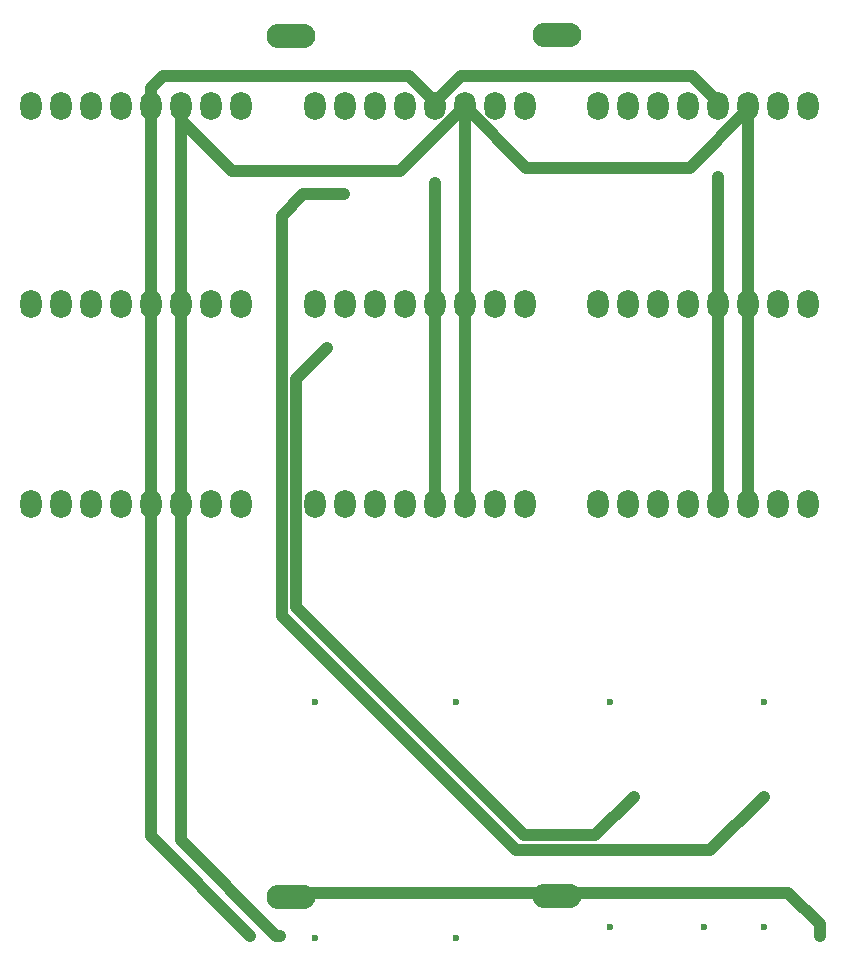
<source format=gbr>
%TF.GenerationSoftware,KiCad,Pcbnew,8.0.4*%
%TF.CreationDate,2024-08-28T17:55:56-04:00*%
%TF.ProjectId,imu-array,696d752d-6172-4726-9179-2e6b69636164,rev?*%
%TF.SameCoordinates,Original*%
%TF.FileFunction,Copper,L4,Bot*%
%TF.FilePolarity,Positive*%
%FSLAX46Y46*%
G04 Gerber Fmt 4.6, Leading zero omitted, Abs format (unit mm)*
G04 Created by KiCad (PCBNEW 8.0.4) date 2024-08-28 17:55:56*
%MOMM*%
%LPD*%
G01*
G04 APERTURE LIST*
%TA.AperFunction,ComponentPad*%
%ADD10O,4.140000X2.070000*%
%TD*%
%TA.AperFunction,ComponentPad*%
%ADD11O,1.800000X2.400000*%
%TD*%
%TA.AperFunction,ViaPad*%
%ADD12C,0.600000*%
%TD*%
%TA.AperFunction,Conductor*%
%ADD13C,1.000000*%
%TD*%
G04 APERTURE END LIST*
D10*
%TO.P,BT2,-*%
%TO.N,GND*%
X173970000Y-33615000D03*
%TO.P,BT2,+*%
%TO.N,BATT+*%
X173970000Y-106515000D03*
%TD*%
%TO.P,BT1,-*%
%TO.N,GND*%
X196500000Y-33500000D03*
%TO.P,BT1,+*%
%TO.N,BATT+*%
X196500000Y-106400000D03*
%TD*%
D11*
%TO.P,U9,1,INT*%
%TO.N,unconnected-(U9-INT-Pad1)*%
X200000000Y-73250000D03*
%TO.P,U9,2,ADO*%
%TO.N,MPU9*%
X202540000Y-73250000D03*
%TO.P,U9,3,XCL*%
%TO.N,unconnected-(U9-XCL-Pad3)*%
X205080000Y-73250000D03*
%TO.P,U9,4,XDA*%
%TO.N,unconnected-(U9-XDA-Pad4)*%
X207620000Y-73250000D03*
%TO.P,U9,5,SDA*%
%TO.N,SDA*%
X210160000Y-73250000D03*
%TO.P,U9,6,SCL*%
%TO.N,SCL*%
X212700000Y-73250000D03*
%TO.P,U9,7,GND*%
%TO.N,GND*%
X215240000Y-73250000D03*
%TO.P,U9,8,VCC*%
%TO.N,3v3*%
X217780000Y-73250000D03*
%TD*%
%TO.P,U8,1,INT*%
%TO.N,unconnected-(U8-INT-Pad1)*%
X176000000Y-73250000D03*
%TO.P,U8,2,ADO*%
%TO.N,MPU8*%
X178540000Y-73250000D03*
%TO.P,U8,3,XCL*%
%TO.N,unconnected-(U8-XCL-Pad3)*%
X181080000Y-73250000D03*
%TO.P,U8,4,XDA*%
%TO.N,unconnected-(U8-XDA-Pad4)*%
X183620000Y-73250000D03*
%TO.P,U8,5,SDA*%
%TO.N,SDA*%
X186160000Y-73250000D03*
%TO.P,U8,6,SCL*%
%TO.N,SCL*%
X188700000Y-73250000D03*
%TO.P,U8,7,GND*%
%TO.N,GND*%
X191240000Y-73250000D03*
%TO.P,U8,8,VCC*%
%TO.N,3v3*%
X193780000Y-73250000D03*
%TD*%
%TO.P,U7,1,INT*%
%TO.N,unconnected-(U7-INT-Pad1)*%
X152000000Y-73250000D03*
%TO.P,U7,2,ADO*%
%TO.N,MPU7*%
X154540000Y-73250000D03*
%TO.P,U7,3,XCL*%
%TO.N,unconnected-(U7-XCL-Pad3)*%
X157080000Y-73250000D03*
%TO.P,U7,4,XDA*%
%TO.N,unconnected-(U7-XDA-Pad4)*%
X159620000Y-73250000D03*
%TO.P,U7,5,SDA*%
%TO.N,SDA*%
X162160000Y-73250000D03*
%TO.P,U7,6,SCL*%
%TO.N,SCL*%
X164700000Y-73250000D03*
%TO.P,U7,7,GND*%
%TO.N,GND*%
X167240000Y-73250000D03*
%TO.P,U7,8,VCC*%
%TO.N,3v3*%
X169780000Y-73250000D03*
%TD*%
%TO.P,U6,1,INT*%
%TO.N,unconnected-(U6-INT-Pad1)*%
X200000000Y-56250000D03*
%TO.P,U6,2,ADO*%
%TO.N,MPU6*%
X202540000Y-56250000D03*
%TO.P,U6,3,XCL*%
%TO.N,unconnected-(U6-XCL-Pad3)*%
X205080000Y-56250000D03*
%TO.P,U6,4,XDA*%
%TO.N,unconnected-(U6-XDA-Pad4)*%
X207620000Y-56250000D03*
%TO.P,U6,5,SDA*%
%TO.N,SDA*%
X210160000Y-56250000D03*
%TO.P,U6,6,SCL*%
%TO.N,SCL*%
X212700000Y-56250000D03*
%TO.P,U6,7,GND*%
%TO.N,GND*%
X215240000Y-56250000D03*
%TO.P,U6,8,VCC*%
%TO.N,3v3*%
X217780000Y-56250000D03*
%TD*%
%TO.P,U5,1,INT*%
%TO.N,unconnected-(U5-INT-Pad1)*%
X176000000Y-56250000D03*
%TO.P,U5,2,ADO*%
%TO.N,MPU5*%
X178540000Y-56250000D03*
%TO.P,U5,3,XCL*%
%TO.N,unconnected-(U5-XCL-Pad3)*%
X181080000Y-56250000D03*
%TO.P,U5,4,XDA*%
%TO.N,unconnected-(U5-XDA-Pad4)*%
X183620000Y-56250000D03*
%TO.P,U5,5,SDA*%
%TO.N,SDA*%
X186160000Y-56250000D03*
%TO.P,U5,6,SCL*%
%TO.N,SCL*%
X188700000Y-56250000D03*
%TO.P,U5,7,GND*%
%TO.N,GND*%
X191240000Y-56250000D03*
%TO.P,U5,8,VCC*%
%TO.N,3v3*%
X193780000Y-56250000D03*
%TD*%
%TO.P,U4,1,INT*%
%TO.N,unconnected-(U4-INT-Pad1)*%
X151960000Y-56250000D03*
%TO.P,U4,2,ADO*%
%TO.N,MPU4*%
X154500000Y-56250000D03*
%TO.P,U4,3,XCL*%
%TO.N,unconnected-(U4-XCL-Pad3)*%
X157040000Y-56250000D03*
%TO.P,U4,4,XDA*%
%TO.N,unconnected-(U4-XDA-Pad4)*%
X159580000Y-56250000D03*
%TO.P,U4,5,SDA*%
%TO.N,SDA*%
X162120000Y-56250000D03*
%TO.P,U4,6,SCL*%
%TO.N,SCL*%
X164660000Y-56250000D03*
%TO.P,U4,7,GND*%
%TO.N,GND*%
X167200000Y-56250000D03*
%TO.P,U4,8,VCC*%
%TO.N,3v3*%
X169740000Y-56250000D03*
%TD*%
%TO.P,U3,1,INT*%
%TO.N,unconnected-(U3-INT-Pad1)*%
X200000000Y-39500000D03*
%TO.P,U3,2,ADO*%
%TO.N,MPU3*%
X202540000Y-39500000D03*
%TO.P,U3,3,XCL*%
%TO.N,unconnected-(U3-XCL-Pad3)*%
X205080000Y-39500000D03*
%TO.P,U3,4,XDA*%
%TO.N,unconnected-(U3-XDA-Pad4)*%
X207620000Y-39500000D03*
%TO.P,U3,5,SDA*%
%TO.N,SDA*%
X210160000Y-39500000D03*
%TO.P,U3,6,SCL*%
%TO.N,SCL*%
X212700000Y-39500000D03*
%TO.P,U3,7,GND*%
%TO.N,GND*%
X215240000Y-39500000D03*
%TO.P,U3,8,VCC*%
%TO.N,3v3*%
X217780000Y-39500000D03*
%TD*%
%TO.P,U2,1,INT*%
%TO.N,unconnected-(U2-INT-Pad1)*%
X176000000Y-39500000D03*
%TO.P,U2,2,ADO*%
%TO.N,MPU2*%
X178540000Y-39500000D03*
%TO.P,U2,3,XCL*%
%TO.N,unconnected-(U2-XCL-Pad3)*%
X181080000Y-39500000D03*
%TO.P,U2,4,XDA*%
%TO.N,unconnected-(U2-XDA-Pad4)*%
X183620000Y-39500000D03*
%TO.P,U2,5,SDA*%
%TO.N,SDA*%
X186160000Y-39500000D03*
%TO.P,U2,6,SCL*%
%TO.N,SCL*%
X188700000Y-39500000D03*
%TO.P,U2,7,GND*%
%TO.N,GND*%
X191240000Y-39500000D03*
%TO.P,U2,8,VCC*%
%TO.N,3v3*%
X193780000Y-39500000D03*
%TD*%
%TO.P,U1,1,INT*%
%TO.N,unconnected-(U1-INT-Pad1)*%
X152000000Y-39500000D03*
%TO.P,U1,2,ADO*%
%TO.N,MPU1*%
X154540000Y-39500000D03*
%TO.P,U1,3,XCL*%
%TO.N,unconnected-(U1-XCL-Pad3)*%
X157080000Y-39500000D03*
%TO.P,U1,4,XDA*%
%TO.N,unconnected-(U1-XDA-Pad4)*%
X159620000Y-39500000D03*
%TO.P,U1,5,SDA*%
%TO.N,SDA*%
X162160000Y-39500000D03*
%TO.P,U1,6,SCL*%
%TO.N,SCL*%
X164700000Y-39500000D03*
%TO.P,U1,7,GND*%
%TO.N,GND*%
X167240000Y-39500000D03*
%TO.P,U1,8,VCC*%
%TO.N,3v3*%
X169780000Y-39500000D03*
%TD*%
D12*
%TO.N,BATT+*%
X218810000Y-109750000D03*
%TO.N,MPU2*%
X214000000Y-98000000D03*
X178500000Y-47000000D03*
%TO.N,MPU5*%
X203000000Y-98000000D03*
X177000000Y-60000000D03*
%TO.N,SDA*%
X186160000Y-46000000D03*
X210160000Y-45500000D03*
X170550000Y-109750000D03*
%TO.N,SCL*%
X173090000Y-109750000D03*
%TO.N,3v3*%
X209000000Y-109000000D03*
%TO.N,GND*%
X214000000Y-109000000D03*
X201000000Y-109000000D03*
X188000000Y-110000000D03*
X176000000Y-110000000D03*
X176000000Y-90000000D03*
X188000000Y-90000000D03*
X201000000Y-90000000D03*
X214000000Y-90000000D03*
%TD*%
D13*
%TO.N,SCL*%
X212700000Y-39800000D02*
X212700000Y-39500000D01*
X207750000Y-44750000D02*
X212700000Y-39800000D01*
X188700000Y-39522742D02*
X193927258Y-44750000D01*
X193927258Y-44750000D02*
X207750000Y-44750000D01*
X169000000Y-45000000D02*
X183222742Y-45000000D01*
X164700000Y-40700000D02*
X169000000Y-45000000D01*
X183222742Y-45000000D02*
X188700000Y-39522742D01*
X164700000Y-39500000D02*
X164700000Y-40700000D01*
%TO.N,MPU5*%
X199750000Y-101250000D02*
X203000000Y-98000000D01*
X174400000Y-62600000D02*
X174400000Y-81900000D01*
X193750000Y-101250000D02*
X199750000Y-101250000D01*
X177000000Y-60000000D02*
X174400000Y-62600000D01*
X174400000Y-81900000D02*
X193750000Y-101250000D01*
%TO.N,SCL*%
X164700000Y-101700000D02*
X164700000Y-73250000D01*
X173090000Y-109750000D02*
X172750000Y-109750000D01*
X172750000Y-109750000D02*
X164700000Y-101700000D01*
%TO.N,MPU2*%
X209500000Y-102500000D02*
X214000000Y-98000000D01*
X173200000Y-82700000D02*
X193000000Y-102500000D01*
X175000000Y-47000000D02*
X173200000Y-48800000D01*
X178500000Y-47000000D02*
X175000000Y-47000000D01*
X173200000Y-48800000D02*
X173200000Y-82700000D01*
X193000000Y-102500000D02*
X209500000Y-102500000D01*
%TO.N,SDA*%
X186160000Y-46000000D02*
X186160000Y-56250000D01*
X210160000Y-45500000D02*
X210160000Y-56250000D01*
%TO.N,BATT+*%
X216110000Y-106110000D02*
X218810000Y-108810000D01*
X218810000Y-108810000D02*
X218810000Y-109750000D01*
X197530000Y-106110000D02*
X216110000Y-106110000D01*
X175000000Y-106110000D02*
X197530000Y-106110000D01*
%TO.N,SDA*%
X186160000Y-73250000D02*
X186160000Y-56250000D01*
X210160000Y-56250000D02*
X210160000Y-73250000D01*
%TO.N,SCL*%
X212700000Y-73250000D02*
X212700000Y-56250000D01*
X188700000Y-56250000D02*
X188700000Y-73250000D01*
X188700000Y-39500000D02*
X188700000Y-56250000D01*
X212700000Y-39500000D02*
X212700000Y-56250000D01*
X188700000Y-39500000D02*
X188700000Y-39522742D01*
%TO.N,SDA*%
X210160000Y-39200000D02*
X210160000Y-39500000D01*
X188360000Y-37000000D02*
X207960000Y-37000000D01*
X186160000Y-39200000D02*
X188360000Y-37000000D01*
X207960000Y-37000000D02*
X210160000Y-39200000D01*
X186160000Y-39500000D02*
X186160000Y-39200000D01*
X183960000Y-37000000D02*
X186160000Y-39200000D01*
X163160000Y-37000000D02*
X183960000Y-37000000D01*
X162160000Y-38000000D02*
X163160000Y-37000000D01*
X162160000Y-39500000D02*
X162160000Y-38000000D01*
X162160000Y-101360000D02*
X170550000Y-109750000D01*
X162160000Y-73250000D02*
X162160000Y-101360000D01*
X162120000Y-73210000D02*
X162160000Y-73250000D01*
X162120000Y-56250000D02*
X162120000Y-73210000D01*
X162160000Y-56210000D02*
X162120000Y-56250000D01*
X162160000Y-39500000D02*
X162160000Y-56210000D01*
%TO.N,SCL*%
X164660000Y-39540000D02*
X164700000Y-39500000D01*
X164660000Y-56250000D02*
X164660000Y-39540000D01*
X164660000Y-72660000D02*
X164660000Y-56250000D01*
X164700000Y-72700000D02*
X164660000Y-72660000D01*
X164700000Y-73250000D02*
X164700000Y-72700000D01*
%TD*%
M02*

</source>
